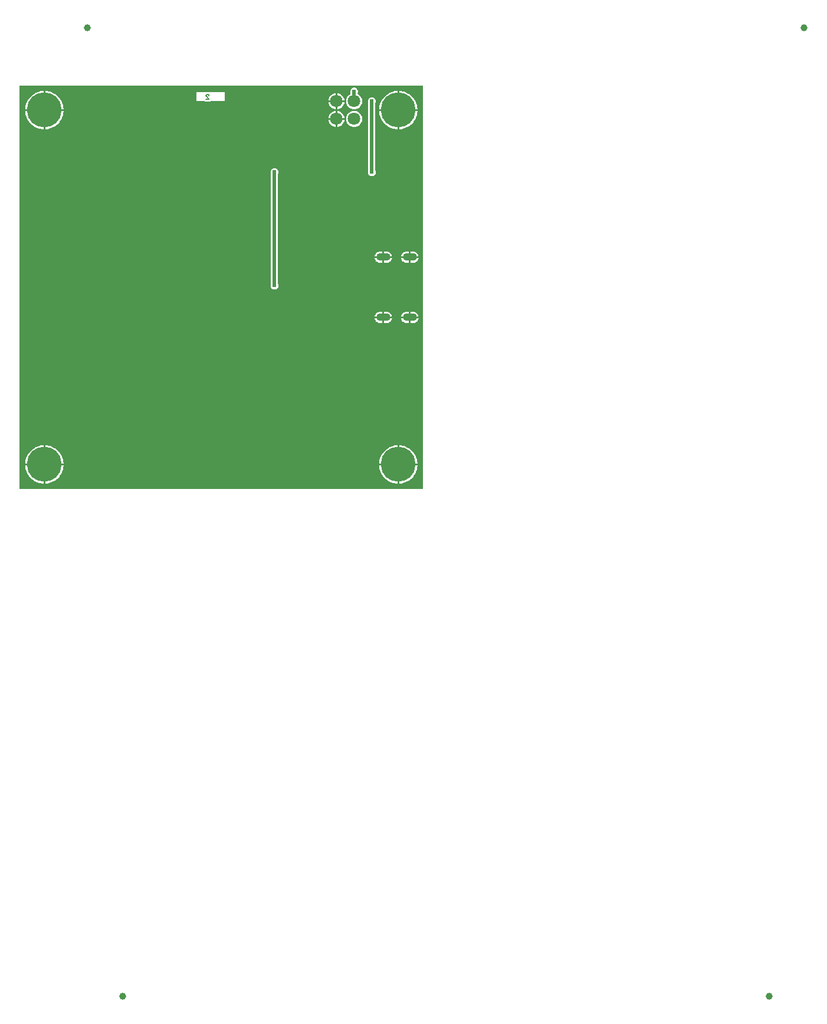
<source format=gbl>
G04 Layer: BottomLayer*
G04 Panelize: Stamp Hole, Column: 2, Row: 2, Board Size: 58.42mm x 58.42mm, Panelized Board Size: 122.84mm x 122.84mm*
G04 EasyEDA v6.5.34, 2023-08-01 23:33:27*
G04 8882f614003f49ca997d8dc6e28bf5ec,5a6b42c53f6a479593ecc07194224c93,10*
G04 Gerber Generator version 0.2*
G04 Scale: 100 percent, Rotated: No, Reflected: No *
G04 Dimensions in millimeters *
G04 leading zeros omitted , absolute positions ,4 integer and 5 decimal *
%FSLAX45Y45*%
%MOMM*%

%ADD10C,0.1524*%
%ADD11C,0.5000*%
%ADD12C,1.0000*%
%ADD13O,1.9999959999999999X1.0999978000000001*%
%ADD14C,5.0000*%
%ADD15C,1.8000*%
%ADD16C,0.6096*%
%ADD17C,0.0119*%

%LPD*%
G36*
X5805932Y25908D02*
G01*
X36068Y26416D01*
X32156Y27178D01*
X28905Y29362D01*
X26670Y32664D01*
X25908Y36576D01*
X25908Y5805932D01*
X26670Y5809843D01*
X28905Y5813094D01*
X32156Y5815330D01*
X36068Y5816092D01*
X2555240Y5816092D01*
X2559151Y5815330D01*
X2562402Y5813094D01*
X2564638Y5809843D01*
X2565400Y5805932D01*
X2566162Y5809843D01*
X2568397Y5813094D01*
X2571648Y5815330D01*
X2575560Y5816092D01*
X5805932Y5816092D01*
X5809843Y5815330D01*
X5813094Y5813094D01*
X5815330Y5809843D01*
X5816092Y5805932D01*
X5816092Y36068D01*
X5815330Y32207D01*
X5813094Y28905D01*
X5809843Y26670D01*
G37*

%LPC*%
G36*
X5120894Y3365703D02*
G01*
X5232958Y3365703D01*
X5232958Y3433876D01*
X5201056Y3433876D01*
X5189169Y3433064D01*
X5177891Y3430574D01*
X5167071Y3426561D01*
X5156962Y3421024D01*
X5147716Y3414115D01*
X5139537Y3405936D01*
X5132628Y3396691D01*
X5127091Y3386582D01*
X5123078Y3375761D01*
G37*
G36*
X393700Y105562D02*
G01*
X398322Y105664D01*
X421284Y108051D01*
X443992Y112369D01*
X466242Y118618D01*
X487934Y126644D01*
X508812Y136499D01*
X528828Y148031D01*
X547827Y161239D01*
X565607Y175971D01*
X582117Y192125D01*
X597204Y209600D01*
X610819Y228295D01*
X622757Y248107D01*
X633018Y268782D01*
X641553Y290271D01*
X648208Y312369D01*
X653034Y334975D01*
X655929Y357936D01*
X656336Y368300D01*
X393700Y368300D01*
G37*
G36*
X5448300Y105613D02*
G01*
X5448300Y368300D01*
X5185410Y368300D01*
X5187289Y346405D01*
X5191150Y323646D01*
X5196890Y301244D01*
X5204460Y279450D01*
X5213858Y258317D01*
X5224983Y238099D01*
X5237784Y218846D01*
X5252161Y200710D01*
X5267960Y183896D01*
X5285130Y168402D01*
X5303520Y154432D01*
X5323027Y142087D01*
X5343499Y131368D01*
X5364835Y122428D01*
X5386781Y115265D01*
X5409285Y109982D01*
X5432145Y106629D01*
G37*
G36*
X368300Y105613D02*
G01*
X368300Y368300D01*
X105410Y368300D01*
X107289Y346405D01*
X111150Y323646D01*
X116890Y301244D01*
X124460Y279450D01*
X133858Y258317D01*
X144983Y238099D01*
X157784Y218846D01*
X172161Y200710D01*
X187960Y183896D01*
X205130Y168402D01*
X223520Y154432D01*
X243027Y142087D01*
X263499Y131368D01*
X284835Y122428D01*
X306781Y115265D01*
X329285Y109982D01*
X352145Y106629D01*
G37*
G36*
X5473700Y393700D02*
G01*
X5736336Y393700D01*
X5735929Y404063D01*
X5733034Y427024D01*
X5728208Y449630D01*
X5721553Y471728D01*
X5713018Y493217D01*
X5702757Y513892D01*
X5690819Y533704D01*
X5677204Y552348D01*
X5662117Y569874D01*
X5645607Y586028D01*
X5627827Y600760D01*
X5608828Y613968D01*
X5588812Y625500D01*
X5567934Y635355D01*
X5546242Y643382D01*
X5523992Y649630D01*
X5501284Y653948D01*
X5478322Y656336D01*
X5473700Y656437D01*
G37*
G36*
X393700Y393700D02*
G01*
X656336Y393700D01*
X655929Y404063D01*
X653034Y427024D01*
X648208Y449630D01*
X641553Y471728D01*
X633018Y493217D01*
X622757Y513892D01*
X610819Y533704D01*
X597204Y552348D01*
X582117Y569874D01*
X565607Y586028D01*
X547827Y600760D01*
X528828Y613968D01*
X508812Y625500D01*
X487934Y635355D01*
X466242Y643382D01*
X443992Y649630D01*
X421284Y653948D01*
X398322Y656336D01*
X393700Y656437D01*
G37*
G36*
X5185410Y393700D02*
G01*
X5448300Y393700D01*
X5448300Y656386D01*
X5432145Y655370D01*
X5409285Y652018D01*
X5386781Y646734D01*
X5364835Y639572D01*
X5343499Y630631D01*
X5323027Y619912D01*
X5303520Y607568D01*
X5285130Y593598D01*
X5267960Y578104D01*
X5252161Y561289D01*
X5237784Y543153D01*
X5224983Y523900D01*
X5213858Y503682D01*
X5204460Y482549D01*
X5196890Y460756D01*
X5191150Y438353D01*
X5187289Y415594D01*
G37*
G36*
X105410Y393700D02*
G01*
X368300Y393700D01*
X368300Y656386D01*
X352145Y655370D01*
X329285Y652018D01*
X306781Y646734D01*
X284835Y639572D01*
X263499Y630631D01*
X243027Y619912D01*
X223520Y607568D01*
X205130Y593598D01*
X187960Y578104D01*
X172161Y561289D01*
X157784Y543153D01*
X144983Y523900D01*
X133858Y503682D01*
X124460Y482549D01*
X116890Y460756D01*
X111150Y438353D01*
X107289Y415594D01*
G37*
G36*
X5201056Y2408072D02*
G01*
X5232958Y2408072D01*
X5232958Y2476296D01*
X5120894Y2476296D01*
X5123078Y2466187D01*
X5127091Y2455418D01*
X5132628Y2445258D01*
X5139537Y2436012D01*
X5147716Y2427884D01*
X5156962Y2420975D01*
X5167071Y2415438D01*
X5177891Y2411374D01*
X5189169Y2408936D01*
G37*
G36*
X5581040Y2408072D02*
G01*
X5612993Y2408072D01*
X5612993Y2476296D01*
X5500878Y2476296D01*
X5503062Y2466187D01*
X5507075Y2455418D01*
X5512612Y2445258D01*
X5519572Y2436012D01*
X5527700Y2427884D01*
X5536946Y2420975D01*
X5547055Y2415438D01*
X5557875Y2411374D01*
X5569153Y2408936D01*
G37*
G36*
X5638393Y2408072D02*
G01*
X5670296Y2408072D01*
X5682183Y2408936D01*
X5693460Y2411374D01*
X5704281Y2415438D01*
X5714390Y2420975D01*
X5723636Y2427884D01*
X5731814Y2436012D01*
X5738723Y2445258D01*
X5744260Y2455418D01*
X5748274Y2466187D01*
X5750458Y2476296D01*
X5638393Y2476296D01*
G37*
G36*
X5258358Y2408072D02*
G01*
X5290312Y2408072D01*
X5302199Y2408936D01*
X5313476Y2411374D01*
X5324297Y2415438D01*
X5334406Y2420975D01*
X5343652Y2427884D01*
X5351780Y2436012D01*
X5358739Y2445258D01*
X5364226Y2455418D01*
X5368290Y2466187D01*
X5370474Y2476296D01*
X5258358Y2476296D01*
G37*
G36*
X5638393Y2501696D02*
G01*
X5750458Y2501696D01*
X5748274Y2511806D01*
X5744260Y2522575D01*
X5738723Y2532735D01*
X5731814Y2541981D01*
X5723636Y2550109D01*
X5714390Y2557018D01*
X5704281Y2562555D01*
X5693460Y2566619D01*
X5682183Y2569057D01*
X5670296Y2569921D01*
X5638393Y2569921D01*
G37*
G36*
X5258358Y2501696D02*
G01*
X5370474Y2501696D01*
X5368290Y2511806D01*
X5364226Y2522575D01*
X5358739Y2532735D01*
X5351780Y2541981D01*
X5343652Y2550109D01*
X5334406Y2557018D01*
X5324297Y2562555D01*
X5313476Y2566619D01*
X5302199Y2569057D01*
X5290312Y2569921D01*
X5258358Y2569921D01*
G37*
G36*
X5120894Y2501696D02*
G01*
X5232958Y2501696D01*
X5232958Y2569921D01*
X5201056Y2569921D01*
X5189169Y2569057D01*
X5177891Y2566619D01*
X5167071Y2562555D01*
X5156962Y2557018D01*
X5147716Y2550109D01*
X5139537Y2541981D01*
X5132628Y2532735D01*
X5127091Y2522575D01*
X5123078Y2511806D01*
G37*
G36*
X5500878Y2501696D02*
G01*
X5612993Y2501696D01*
X5612993Y2569921D01*
X5581040Y2569921D01*
X5569153Y2569057D01*
X5557875Y2566619D01*
X5547055Y2562555D01*
X5536946Y2557018D01*
X5527700Y2550109D01*
X5519572Y2541981D01*
X5512612Y2532735D01*
X5507075Y2522575D01*
X5503062Y2511806D01*
G37*
G36*
X3683000Y2890062D02*
G01*
X3692804Y2890926D01*
X3702253Y2893466D01*
X3711194Y2897581D01*
X3719220Y2903220D01*
X3726179Y2910179D01*
X3731818Y2918206D01*
X3735933Y2927146D01*
X3738473Y2936595D01*
X3739337Y2946400D01*
X3738473Y2956204D01*
X3735933Y2965653D01*
X3734866Y2967990D01*
X3733901Y2972308D01*
X3733901Y4546092D01*
X3734866Y4550410D01*
X3735933Y4552746D01*
X3738473Y4562195D01*
X3739337Y4572000D01*
X3738473Y4581804D01*
X3735933Y4591253D01*
X3731818Y4600194D01*
X3726179Y4608220D01*
X3719220Y4615180D01*
X3711194Y4620818D01*
X3702253Y4624933D01*
X3692804Y4627473D01*
X3683000Y4628337D01*
X3673195Y4627473D01*
X3663746Y4624933D01*
X3654806Y4620818D01*
X3646779Y4615180D01*
X3639820Y4608220D01*
X3634181Y4600194D01*
X3630066Y4591253D01*
X3627526Y4581804D01*
X3626662Y4572000D01*
X3627526Y4562195D01*
X3630066Y4552746D01*
X3631133Y4550410D01*
X3632098Y4546092D01*
X3632098Y2972308D01*
X3631133Y2967990D01*
X3630066Y2965653D01*
X3627526Y2956204D01*
X3626662Y2946400D01*
X3627526Y2936595D01*
X3630066Y2927146D01*
X3634181Y2918206D01*
X3639820Y2910179D01*
X3646779Y2903220D01*
X3654806Y2897581D01*
X3663746Y2893466D01*
X3673195Y2890926D01*
G37*
G36*
X5201056Y3272078D02*
G01*
X5232958Y3272078D01*
X5232958Y3340303D01*
X5120894Y3340303D01*
X5123078Y3330194D01*
X5127091Y3319373D01*
X5132628Y3309264D01*
X5139537Y3300018D01*
X5147716Y3291840D01*
X5156962Y3284931D01*
X5167071Y3279394D01*
X5177891Y3275380D01*
X5189169Y3272942D01*
G37*
G36*
X5581040Y3272078D02*
G01*
X5612993Y3272078D01*
X5612993Y3340303D01*
X5500878Y3340303D01*
X5503062Y3330194D01*
X5507075Y3319373D01*
X5512612Y3309264D01*
X5519572Y3300018D01*
X5527700Y3291890D01*
X5536946Y3284931D01*
X5547055Y3279444D01*
X5557875Y3275380D01*
X5569153Y3272942D01*
G37*
G36*
X5638393Y3272078D02*
G01*
X5670296Y3272078D01*
X5682183Y3272942D01*
X5693460Y3275380D01*
X5704281Y3279444D01*
X5714390Y3284931D01*
X5723636Y3291890D01*
X5731814Y3300018D01*
X5738723Y3309264D01*
X5744260Y3319373D01*
X5748274Y3330194D01*
X5750458Y3340303D01*
X5638393Y3340303D01*
G37*
G36*
X5258358Y3272078D02*
G01*
X5290312Y3272078D01*
X5302199Y3272942D01*
X5313476Y3275380D01*
X5324297Y3279394D01*
X5334406Y3284931D01*
X5343652Y3291840D01*
X5351780Y3300018D01*
X5358739Y3309264D01*
X5364226Y3319373D01*
X5368290Y3330194D01*
X5370474Y3340303D01*
X5258358Y3340303D01*
G37*
G36*
X5258358Y3365703D02*
G01*
X5370474Y3365703D01*
X5368290Y3375761D01*
X5364226Y3386582D01*
X5358739Y3396691D01*
X5351780Y3405936D01*
X5343652Y3414115D01*
X5334406Y3421024D01*
X5324297Y3426561D01*
X5313476Y3430574D01*
X5302199Y3433064D01*
X5290312Y3433876D01*
X5258358Y3433876D01*
G37*
G36*
X5638393Y3365703D02*
G01*
X5750458Y3365703D01*
X5748274Y3375761D01*
X5744260Y3386582D01*
X5738723Y3396742D01*
X5731814Y3405936D01*
X5723636Y3414115D01*
X5714390Y3421024D01*
X5704281Y3426561D01*
X5693460Y3430574D01*
X5682183Y3433064D01*
X5670296Y3433876D01*
X5638393Y3433876D01*
G37*
G36*
X5473700Y105562D02*
G01*
X5478322Y105664D01*
X5501284Y108051D01*
X5523992Y112369D01*
X5546242Y118618D01*
X5567934Y126644D01*
X5588812Y136499D01*
X5608828Y148031D01*
X5627827Y161239D01*
X5645607Y175971D01*
X5662117Y192125D01*
X5677204Y209600D01*
X5690819Y228295D01*
X5702757Y248107D01*
X5713018Y268782D01*
X5721553Y290271D01*
X5728208Y312369D01*
X5733034Y334975D01*
X5735929Y357936D01*
X5736336Y368300D01*
X5473700Y368300D01*
G37*
G36*
X5500878Y3365703D02*
G01*
X5612993Y3365703D01*
X5612993Y3433876D01*
X5581040Y3433876D01*
X5569153Y3433064D01*
X5557875Y3430574D01*
X5547055Y3426561D01*
X5536946Y3421024D01*
X5527700Y3414115D01*
X5519572Y3405936D01*
X5512612Y3396742D01*
X5507075Y3386582D01*
X5503062Y3375761D01*
G37*
G36*
X5080000Y4515612D02*
G01*
X5089804Y4516475D01*
X5099253Y4519015D01*
X5108194Y4523181D01*
X5116220Y4528820D01*
X5123180Y4535728D01*
X5128818Y4543806D01*
X5132933Y4552696D01*
X5135473Y4562195D01*
X5136337Y4571949D01*
X5135473Y4581753D01*
X5132933Y4591253D01*
X5131866Y4593590D01*
X5130901Y4597857D01*
X5130901Y5562092D01*
X5131866Y5566410D01*
X5132933Y5568746D01*
X5135473Y5578195D01*
X5136337Y5588000D01*
X5135473Y5597804D01*
X5132933Y5607253D01*
X5128818Y5616194D01*
X5123180Y5624220D01*
X5116220Y5631180D01*
X5108194Y5636818D01*
X5099253Y5640933D01*
X5089804Y5643473D01*
X5080000Y5644337D01*
X5070195Y5643473D01*
X5060746Y5640933D01*
X5051806Y5636818D01*
X5043779Y5631180D01*
X5036820Y5624220D01*
X5031181Y5616194D01*
X5027066Y5607253D01*
X5024526Y5597804D01*
X5023662Y5588000D01*
X5024526Y5578195D01*
X5027066Y5568746D01*
X5028133Y5566410D01*
X5029098Y5562092D01*
X5029098Y4597857D01*
X5028133Y4593590D01*
X5027066Y4591253D01*
X5024526Y4581753D01*
X5023662Y4571949D01*
X5024526Y4562195D01*
X5027066Y4552696D01*
X5031181Y4543806D01*
X5036820Y4535728D01*
X5043779Y4528820D01*
X5051806Y4523181D01*
X5060746Y4519015D01*
X5070195Y4516475D01*
G37*
G36*
X5473700Y5185562D02*
G01*
X5478322Y5185664D01*
X5501284Y5188051D01*
X5523992Y5192369D01*
X5546242Y5198618D01*
X5567934Y5206644D01*
X5588812Y5216499D01*
X5608828Y5228031D01*
X5627827Y5241239D01*
X5645607Y5255971D01*
X5662117Y5272125D01*
X5677204Y5289600D01*
X5690819Y5308295D01*
X5702757Y5328107D01*
X5713018Y5348782D01*
X5721553Y5370271D01*
X5728208Y5392369D01*
X5733034Y5414975D01*
X5735929Y5437936D01*
X5736336Y5448300D01*
X5473700Y5448300D01*
G37*
G36*
X393700Y5185562D02*
G01*
X398322Y5185664D01*
X421284Y5188051D01*
X443992Y5192369D01*
X466242Y5198618D01*
X487934Y5206644D01*
X508812Y5216499D01*
X528828Y5228031D01*
X547827Y5241239D01*
X565607Y5255971D01*
X582117Y5272125D01*
X597204Y5289600D01*
X610819Y5308295D01*
X622757Y5328107D01*
X633018Y5348782D01*
X641553Y5370271D01*
X648208Y5392369D01*
X653034Y5414975D01*
X655929Y5437936D01*
X656336Y5448300D01*
X393700Y5448300D01*
G37*
G36*
X5448300Y5185613D02*
G01*
X5448300Y5448300D01*
X5185410Y5448300D01*
X5187289Y5426405D01*
X5191150Y5403646D01*
X5196890Y5381244D01*
X5204460Y5359450D01*
X5213858Y5338318D01*
X5224983Y5318099D01*
X5237784Y5298846D01*
X5252161Y5280710D01*
X5267960Y5263896D01*
X5285130Y5248402D01*
X5303520Y5234432D01*
X5323027Y5222087D01*
X5343499Y5211368D01*
X5364835Y5202428D01*
X5386781Y5195265D01*
X5409285Y5189982D01*
X5432145Y5186629D01*
G37*
G36*
X368300Y5185613D02*
G01*
X368300Y5448300D01*
X105410Y5448300D01*
X107289Y5426405D01*
X111150Y5403646D01*
X116890Y5381244D01*
X124460Y5359450D01*
X133858Y5338318D01*
X144983Y5318099D01*
X157784Y5298846D01*
X172161Y5280710D01*
X187960Y5263896D01*
X205130Y5248402D01*
X223520Y5234432D01*
X243027Y5222087D01*
X263499Y5211368D01*
X284835Y5202428D01*
X306781Y5195265D01*
X329285Y5189982D01*
X352145Y5186629D01*
G37*
G36*
X4818735Y5218328D02*
G01*
X4833264Y5218328D01*
X4847691Y5220157D01*
X4861814Y5223764D01*
X4875326Y5229148D01*
X4888077Y5236159D01*
X4899863Y5244693D01*
X4910480Y5254650D01*
X4919776Y5265877D01*
X4927549Y5278170D01*
X4933746Y5291328D01*
X4938268Y5305196D01*
X4940960Y5319471D01*
X4941874Y5334000D01*
X4940960Y5348528D01*
X4938268Y5362803D01*
X4933746Y5376672D01*
X4927549Y5389829D01*
X4919776Y5402122D01*
X4910480Y5413349D01*
X4899863Y5423306D01*
X4888077Y5431840D01*
X4875326Y5438851D01*
X4861814Y5444236D01*
X4847691Y5447842D01*
X4833264Y5449671D01*
X4818735Y5449671D01*
X4804308Y5447842D01*
X4790186Y5444236D01*
X4776673Y5438851D01*
X4763922Y5431840D01*
X4752136Y5423306D01*
X4741519Y5413349D01*
X4732223Y5402122D01*
X4724450Y5389829D01*
X4718253Y5376672D01*
X4713732Y5362803D01*
X4711039Y5348528D01*
X4710125Y5334000D01*
X4711039Y5319471D01*
X4713732Y5305196D01*
X4718253Y5291328D01*
X4724450Y5278170D01*
X4732223Y5265877D01*
X4741519Y5254650D01*
X4752136Y5244693D01*
X4763922Y5236159D01*
X4776673Y5229148D01*
X4790186Y5223764D01*
X4804308Y5220157D01*
G37*
G36*
X4584700Y5219039D02*
G01*
X4593691Y5220157D01*
X4607814Y5223764D01*
X4621326Y5229148D01*
X4634077Y5236159D01*
X4645863Y5244693D01*
X4656480Y5254650D01*
X4665776Y5265877D01*
X4673549Y5278170D01*
X4679746Y5291328D01*
X4684268Y5305196D01*
X4686960Y5319471D01*
X4687112Y5321300D01*
X4584700Y5321300D01*
G37*
G36*
X4559300Y5219039D02*
G01*
X4559300Y5321300D01*
X4456887Y5321300D01*
X4457039Y5319471D01*
X4459732Y5305196D01*
X4464253Y5291328D01*
X4470450Y5278170D01*
X4478223Y5265877D01*
X4487519Y5254650D01*
X4498136Y5244693D01*
X4509922Y5236159D01*
X4522673Y5229148D01*
X4536186Y5223764D01*
X4550308Y5220157D01*
G37*
G36*
X4584700Y5346700D02*
G01*
X4687112Y5346700D01*
X4686960Y5348528D01*
X4684268Y5362803D01*
X4679746Y5376672D01*
X4673549Y5389829D01*
X4665776Y5402122D01*
X4656480Y5413349D01*
X4645863Y5423306D01*
X4634077Y5431840D01*
X4621326Y5438851D01*
X4607814Y5444236D01*
X4593691Y5447842D01*
X4584700Y5448960D01*
G37*
G36*
X4456887Y5346700D02*
G01*
X4559300Y5346700D01*
X4559300Y5448960D01*
X4550308Y5447842D01*
X4536186Y5444236D01*
X4522673Y5438851D01*
X4509922Y5431840D01*
X4498136Y5423306D01*
X4487519Y5413349D01*
X4478223Y5402122D01*
X4470450Y5389829D01*
X4464253Y5376672D01*
X4459732Y5362803D01*
X4457039Y5348528D01*
G37*
G36*
X4818735Y5472328D02*
G01*
X4833264Y5472328D01*
X4847691Y5474157D01*
X4861814Y5477764D01*
X4875326Y5483148D01*
X4888077Y5490159D01*
X4899863Y5498693D01*
X4910480Y5508650D01*
X4919776Y5519877D01*
X4927549Y5532170D01*
X4933746Y5545328D01*
X4938268Y5559196D01*
X4940960Y5573471D01*
X4941874Y5588000D01*
X4940960Y5602528D01*
X4938268Y5616803D01*
X4933746Y5630672D01*
X4927549Y5643829D01*
X4919776Y5656122D01*
X4910480Y5667349D01*
X4899863Y5677306D01*
X4888077Y5685840D01*
X4882184Y5689092D01*
X4879390Y5691378D01*
X4877562Y5694476D01*
X4876901Y5697982D01*
X4876901Y5701792D01*
X4877866Y5706110D01*
X4878933Y5708446D01*
X4881473Y5717895D01*
X4882337Y5727700D01*
X4881473Y5737504D01*
X4878933Y5746953D01*
X4874818Y5755894D01*
X4869180Y5763920D01*
X4862220Y5770880D01*
X4854194Y5776518D01*
X4845253Y5780633D01*
X4835804Y5783173D01*
X4826000Y5784037D01*
X4816195Y5783173D01*
X4806746Y5780633D01*
X4797806Y5776518D01*
X4789779Y5770880D01*
X4782820Y5763920D01*
X4777181Y5755894D01*
X4773066Y5746953D01*
X4770526Y5737504D01*
X4769662Y5727700D01*
X4770526Y5717895D01*
X4773066Y5708446D01*
X4774133Y5706110D01*
X4775098Y5701792D01*
X4775098Y5697982D01*
X4774438Y5694476D01*
X4772609Y5691378D01*
X4769815Y5689092D01*
X4763922Y5685840D01*
X4752136Y5677306D01*
X4741519Y5667349D01*
X4732223Y5656122D01*
X4724450Y5643829D01*
X4718253Y5630672D01*
X4713732Y5616803D01*
X4711039Y5602528D01*
X4710125Y5588000D01*
X4711039Y5573471D01*
X4713732Y5559196D01*
X4718253Y5545328D01*
X4724450Y5532170D01*
X4732223Y5519877D01*
X4741519Y5508650D01*
X4752136Y5498693D01*
X4763922Y5490159D01*
X4776673Y5483148D01*
X4790186Y5477764D01*
X4804308Y5474157D01*
G37*
G36*
X4584700Y5473039D02*
G01*
X4593691Y5474157D01*
X4607814Y5477764D01*
X4621326Y5483148D01*
X4634077Y5490159D01*
X4645863Y5498693D01*
X4656480Y5508650D01*
X4665776Y5519877D01*
X4673549Y5532170D01*
X4679746Y5545328D01*
X4684268Y5559196D01*
X4686960Y5573471D01*
X4687112Y5575300D01*
X4584700Y5575300D01*
G37*
G36*
X4559300Y5473039D02*
G01*
X4559300Y5575300D01*
X4456887Y5575300D01*
X4457039Y5573471D01*
X4459732Y5559196D01*
X4464253Y5545328D01*
X4470450Y5532170D01*
X4478223Y5519877D01*
X4487519Y5508650D01*
X4498136Y5498693D01*
X4509922Y5490159D01*
X4522673Y5483148D01*
X4536186Y5477764D01*
X4550308Y5474157D01*
G37*
G36*
X5473700Y5473700D02*
G01*
X5736336Y5473700D01*
X5735929Y5484063D01*
X5733034Y5507024D01*
X5728208Y5529630D01*
X5721553Y5551728D01*
X5713018Y5573217D01*
X5702757Y5593892D01*
X5690819Y5613704D01*
X5677204Y5632348D01*
X5662117Y5649874D01*
X5645607Y5666028D01*
X5627827Y5680760D01*
X5608828Y5693968D01*
X5588812Y5705500D01*
X5567934Y5715355D01*
X5546242Y5723382D01*
X5523992Y5729630D01*
X5501284Y5733948D01*
X5478322Y5736336D01*
X5473700Y5736437D01*
G37*
G36*
X393700Y5473700D02*
G01*
X656336Y5473700D01*
X655929Y5484063D01*
X653034Y5507024D01*
X648208Y5529630D01*
X641553Y5551728D01*
X633018Y5573217D01*
X622757Y5593892D01*
X610819Y5613704D01*
X597204Y5632348D01*
X582117Y5649874D01*
X565607Y5666028D01*
X547827Y5680760D01*
X528828Y5693968D01*
X508812Y5705500D01*
X487934Y5715355D01*
X466242Y5723382D01*
X443992Y5729630D01*
X421284Y5733948D01*
X398322Y5736336D01*
X393700Y5736437D01*
G37*
G36*
X5185410Y5473700D02*
G01*
X5448300Y5473700D01*
X5448300Y5736386D01*
X5432145Y5735370D01*
X5409285Y5732018D01*
X5386781Y5726734D01*
X5364835Y5719572D01*
X5343499Y5710631D01*
X5323027Y5699912D01*
X5303520Y5687568D01*
X5285130Y5673598D01*
X5267960Y5658104D01*
X5252161Y5641289D01*
X5237784Y5623153D01*
X5224983Y5603900D01*
X5213858Y5583682D01*
X5204460Y5562549D01*
X5196890Y5540756D01*
X5191150Y5518353D01*
X5187289Y5495594D01*
G37*
G36*
X105410Y5473700D02*
G01*
X368300Y5473700D01*
X368300Y5736386D01*
X352145Y5735370D01*
X329285Y5732018D01*
X306781Y5726734D01*
X284835Y5719572D01*
X263499Y5710631D01*
X243027Y5699912D01*
X223520Y5687568D01*
X205130Y5673598D01*
X187960Y5658104D01*
X172161Y5641289D01*
X157784Y5623153D01*
X144983Y5603900D01*
X133858Y5583682D01*
X124460Y5562549D01*
X116890Y5540756D01*
X111150Y5518353D01*
X107289Y5495594D01*
G37*
G36*
X2691688Y5583682D02*
G01*
X2750261Y5583682D01*
X2756560Y5584393D01*
X2764840Y5587593D01*
X2767634Y5588000D01*
X2970784Y5588000D01*
X2971800Y5589016D01*
X2971800Y5713984D01*
X2970784Y5715000D01*
X2763520Y5715000D01*
X2760167Y5715558D01*
X2756560Y5716828D01*
X2750261Y5717540D01*
X2691688Y5717540D01*
X2685389Y5716828D01*
X2681782Y5715558D01*
X2678430Y5715000D01*
X2575560Y5715000D01*
X2571648Y5715762D01*
X2568397Y5717997D01*
X2566162Y5721248D01*
X2565400Y5725160D01*
X2565400Y5589016D01*
X2566416Y5588000D01*
X2674315Y5588000D01*
X2677109Y5587593D01*
X2679903Y5586323D01*
X2685389Y5584393D01*
G37*
G36*
X4584700Y5600700D02*
G01*
X4687112Y5600700D01*
X4686960Y5602528D01*
X4684268Y5616803D01*
X4679746Y5630672D01*
X4673549Y5643829D01*
X4665776Y5656122D01*
X4656480Y5667349D01*
X4645863Y5677306D01*
X4634077Y5685840D01*
X4621326Y5692851D01*
X4607814Y5698236D01*
X4593691Y5701842D01*
X4584700Y5702960D01*
G37*
G36*
X4456887Y5600700D02*
G01*
X4559300Y5600700D01*
X4559300Y5702960D01*
X4550308Y5701842D01*
X4536186Y5698236D01*
X4522673Y5692851D01*
X4509922Y5685840D01*
X4498136Y5677306D01*
X4487519Y5667349D01*
X4478223Y5656122D01*
X4470450Y5643829D01*
X4464253Y5630672D01*
X4459732Y5616803D01*
X4457039Y5602528D01*
G37*

%LPD*%
D10*
X2739897Y5668010D02*
G01*
X2739897Y5671312D01*
X2736850Y5677662D01*
X2733547Y5680963D01*
X2727197Y5684012D01*
X2714497Y5684012D01*
X2708147Y5680963D01*
X2705100Y5677662D01*
X2701797Y5671312D01*
X2701797Y5664962D01*
X2705100Y5658612D01*
X2711450Y5648960D01*
X2743200Y5617210D01*
X2698750Y5617210D01*
D11*
X5080000Y5588000D02*
G01*
X5080000Y4571987D01*
X4826000Y5727700D02*
G01*
X4826000Y5588000D01*
X3683000Y2946400D02*
G01*
X3682987Y3307717D01*
X3683000Y4572000D01*
D12*
G01*
X999997Y6641998D03*
G01*
X11284000Y6641998D03*
G01*
X1499996Y-7241997D03*
G01*
X10784001Y-7241997D03*
D13*
G01*
X5245684Y3353003D03*
G01*
X5245684Y2488996D03*
G01*
X5625693Y2488996D03*
G01*
X5625693Y3353003D03*
D14*
G01*
X381000Y5461000D03*
G01*
X5461000Y5461000D03*
G01*
X5461000Y381000D03*
G01*
X381000Y381000D03*
G01*
X5461000Y5461000D03*
G01*
X381000Y5461000D03*
D15*
G01*
X4826000Y5588000D03*
G01*
X4826000Y5334000D03*
G01*
X4572000Y5334000D03*
G01*
X4572000Y5588000D03*
D16*
G01*
X5080000Y4571974D03*
G01*
X4826000Y5727700D03*
G01*
X5080000Y5588000D03*
G01*
X3683000Y4572000D03*
G01*
X3683000Y2946400D03*
M02*

</source>
